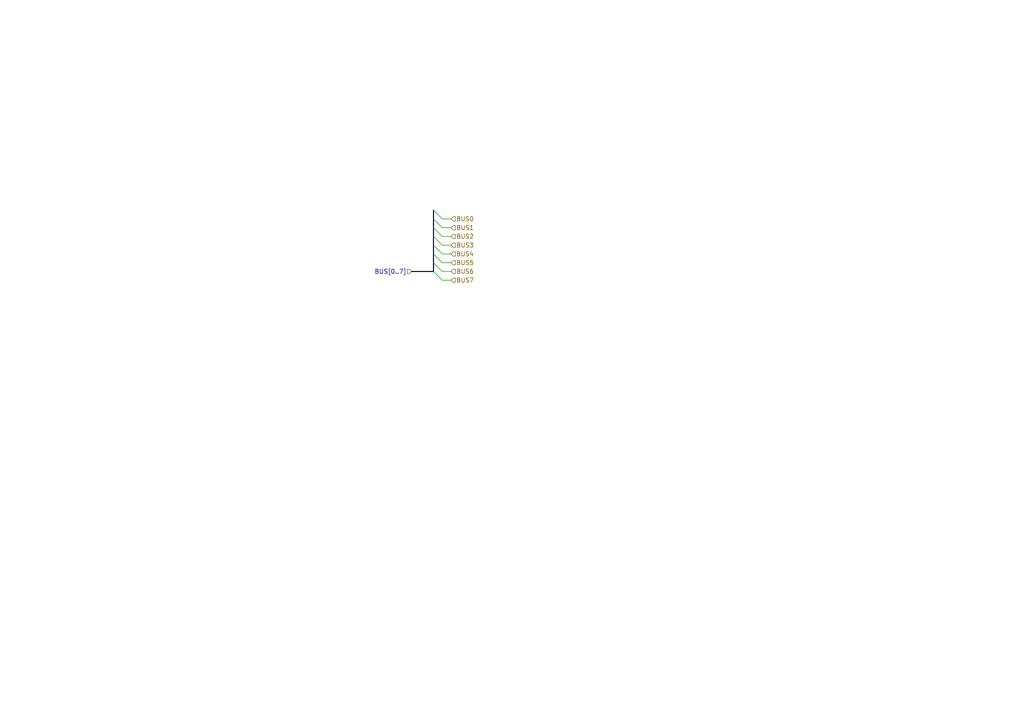
<source format=kicad_sch>
(kicad_sch (version 20230121) (generator eeschema)
  (paper "A4")
  (lib_symbols)
  (bus_entry (at 125.73 71.12) (size 2.54 2.54))
  (bus_entry (at 125.73 76.2) (size 2.54 2.54))
  (bus_entry (at 125.73 73.66) (size 2.54 2.54))
  (bus_entry (at 125.73 78.74) (size 2.54 2.54))
  (bus_entry (at 125.73 63.5) (size 2.54 2.54))
  (bus_entry (at 125.73 68.58) (size 2.54 2.54))
  (bus_entry (at 125.73 60.96) (size 2.54 2.54))
  (bus_entry (at 125.73 66.04) (size 2.54 2.54))
  (wire (pts (xy 128.27 73.66) (xy 130.81 73.66)))
  (bus (pts (xy 125.73 71.12) (xy 125.73 73.66)))
  (bus (pts (xy 119.38 78.74) (xy 125.73 78.74)))
  (bus (pts (xy 125.73 63.5) (xy 125.73 66.04)))
  (wire (pts (xy 128.27 66.04) (xy 130.81 66.04)))
  (bus (pts (xy 125.73 60.96) (xy 125.73 63.5)))
  (bus (pts (xy 125.73 66.04) (xy 125.73 68.58)))
  (wire (pts (xy 128.27 63.5) (xy 130.81 63.5)))
  (wire (pts (xy 128.27 78.74) (xy 130.81 78.74)))
  (wire (pts (xy 128.27 68.58) (xy 130.81 68.58)))
  (wire (pts (xy 128.27 81.28) (xy 130.81 81.28)))
  (wire (pts (xy 128.27 76.2) (xy 130.81 76.2)))
  (bus (pts (xy 125.73 68.58) (xy 125.73 71.12)))
  (bus (pts (xy 125.73 73.66) (xy 125.73 76.2)))
  (wire (pts (xy 128.27 71.12) (xy 130.81 71.12)))
  (bus (pts (xy 125.73 76.2) (xy 125.73 78.74)))
  (hierarchical_label "BUS3" (shape input) (at 130.81 71.12 0))
  (hierarchical_label "BUS1" (shape input) (at 130.81 66.04 0))
  (hierarchical_label "BUS6" (shape input) (at 130.81 78.74 0))
  (hierarchical_label "BUS4" (shape input) (at 130.81 73.66 0))
  (hierarchical_label "BUS0" (shape input) (at 130.81 63.5 0))
  (hierarchical_label "BUS[0..7]" (shape input) (at 119.38 78.74 180))
  (hierarchical_label "BUS5" (shape input) (at 130.81 76.2 0))
  (hierarchical_label "BUS2" (shape input) (at 130.81 68.58 0))
  (hierarchical_label "BUS7" (shape input) (at 130.81 81.28 0))
)
</source>
